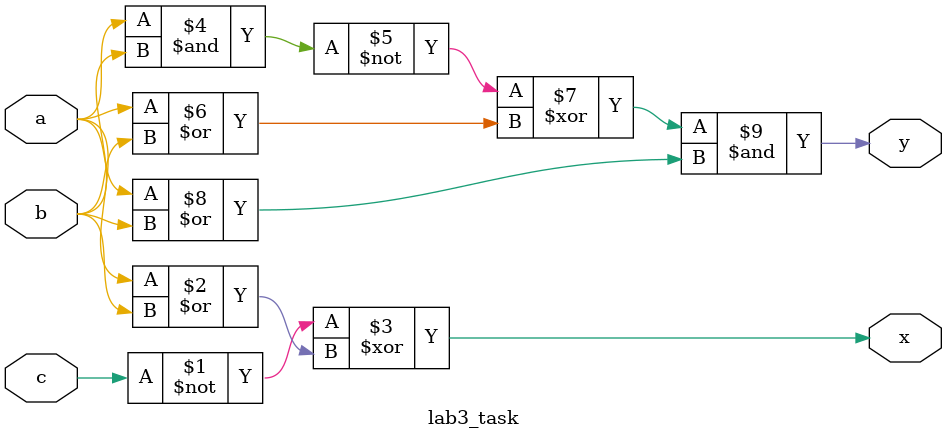
<source format=sv>
module lab3_task( input logic c,
    input logic a,
input logic b,
output logic y,
output logic x
);

   assign x = (~c) ^ ( a|b);
   assign y = ((~(a&b)) ^ (a|b)) & ( a|b);

endmodule
</source>
